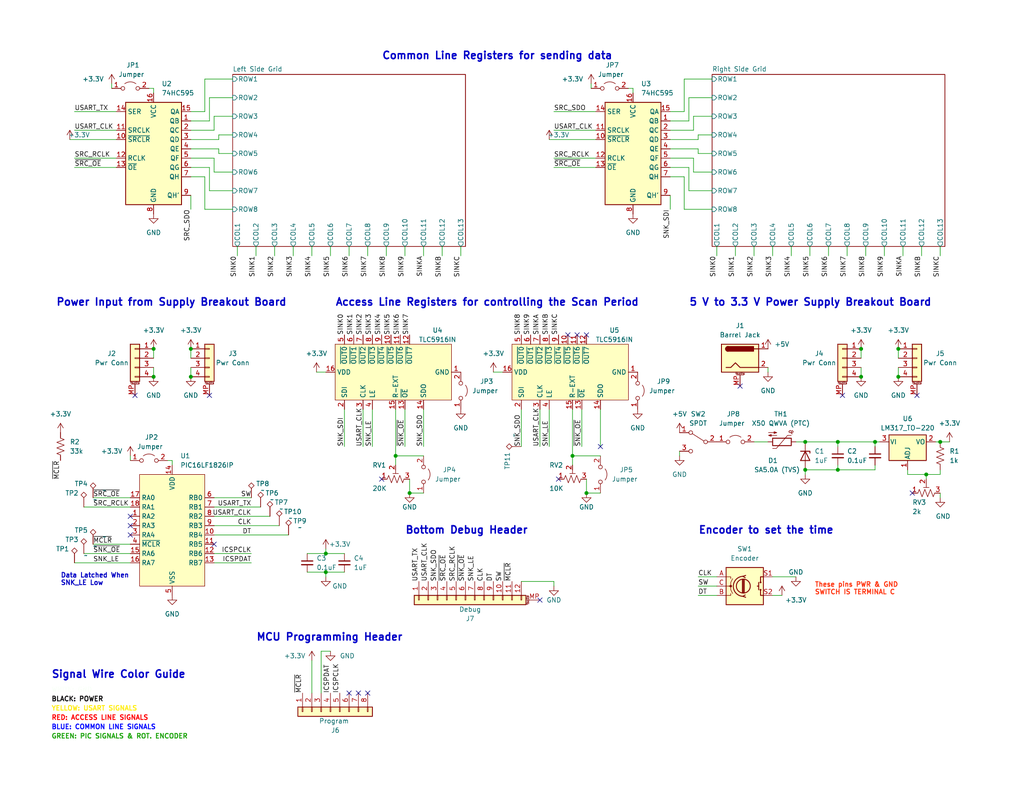
<source format=kicad_sch>
(kicad_sch (version 20230121) (generator eeschema)
  (paper "A")
  (title_block (title "Gator Clock") (date "10-24-2023"))
  (lib_symbols
    (symbol "74xx:74HC595"
      (property "Reference" "U" (at -7.62 13.97 0))
      (property "Value" "74HC595" (at -7.62 -16.51 0))
      (symbol "74HC595_1_0"
        (pin tri_state line (at 10.16 7.62 180) (length 2.54) (name "QB") (number "1"))
        (pin input line (at -10.16 2.54 0) (length 2.54) (name "~{SRCLR}") (number "10"))
        (pin input line (at -10.16 5.08 0) (length 2.54) (name "SRCLK") (number "11"))
        (pin input line (at -10.16 -2.54 0) (length 2.54) (name "RCLK") (number "12"))
        (pin input line (at -10.16 -5.08 0) (length 2.54) (name "~{OE}") (number "13"))
        (pin input line (at -10.16 10.16 0) (length 2.54) (name "SER") (number "14"))
        (pin tri_state line (at 10.16 10.16 180) (length 2.54) (name "QA") (number "15"))
        (pin power_in line (at 0 15.24 270) (length 2.54) (name "VCC") (number "16"))
        (pin tri_state line (at 10.16 5.08 180) (length 2.54) (name "QC") (number "2"))
        (pin tri_state line (at 10.16 2.54 180) (length 2.54) (name "QD") (number "3"))
        (pin tri_state line (at 10.16 0 180) (length 2.54) (name "QE") (number "4"))
        (pin tri_state line (at 10.16 -2.54 180) (length 2.54) (name "QF") (number "5"))
        (pin tri_state line (at 10.16 -5.08 180) (length 2.54) (name "QG") (number "6"))
        (pin tri_state line (at 10.16 -7.62 180) (length 2.54) (name "QH") (number "7"))
        (pin power_in line (at 0 -17.78 90) (length 2.54) (name "GND") (number "8"))
        (pin output line (at 10.16 -12.7 180) (length 2.54) (name "QH'") (number "9"))
      )
    )
    (symbol "Connector:Barrel_Jack_MountingPin" (pin_names hide)
      (property "Reference" "J" (at 0 5.334 0))
      (property "Value" "Barrel_Jack_MountingPin" (at 1.27 -6.35 0))
      (symbol "Barrel_Jack_MountingPin_1_1"
        (text "Mounting" (at 0 -4.191 0) (effects (font (size 0.381 0.381))))
        (pin passive line (at 7.62 2.54 180) (length 2.54) (name "~") (number "1"))
        (pin passive line (at 7.62 -2.54 180) (length 2.54) (name "~") (number "2"))
        (pin passive line (at 0 -7.62 90) (length 3.048) (name "MountPin") (number "MP"))
      )
    )
    (symbol "Connector:TestPoint_Alt" (pin_numbers hide) (pin_names (offset 0.762) hide)
      (property "Reference" "TP" (at 0 6.858 0))
      (property "Value" "TestPoint_Alt" (at 0 5.08 0))
      (symbol "TestPoint_Alt_1_1"
        (pin passive line (at 0 0 90) (length 2.54) (name "1") (number "1"))
      )
    )
    (symbol "Connector_Generic:Conn_01x08" (pin_names (offset 1.016) hide)
      (property "Reference" "J" (at 0 10.16 0))
      (property "Value" "Conn_01x08" (at 0 -12.7 0))
      (symbol "Conn_01x08_1_1"
        (pin passive line (at -5.08 7.62 0) (length 3.81) (name "Pin_1") (number "1"))
        (pin passive line (at -5.08 5.08 0) (length 3.81) (name "Pin_2") (number "2"))
        (pin passive line (at -5.08 2.54 0) (length 3.81) (name "Pin_3") (number "3"))
        (pin passive line (at -5.08 0 0) (length 3.81) (name "Pin_4") (number "4"))
        (pin passive line (at -5.08 -2.54 0) (length 3.81) (name "Pin_5") (number "5"))
        (pin passive line (at -5.08 -5.08 0) (length 3.81) (name "Pin_6") (number "6"))
        (pin passive line (at -5.08 -7.62 0) (length 3.81) (name "Pin_7") (number "7"))
        (pin passive line (at -5.08 -10.16 0) (length 3.81) (name "Pin_8") (number "8"))
      )
    )
    (symbol "Connector_Generic_MountingPin:Conn_01x04_MountingPin" (pin_names (offset 1.016) hide)
      (property "Reference" "J" (at 0 5.08 0))
      (property "Value" "Conn_01x04_MountingPin" (at 1.27 -7.62 0))
      (symbol "Conn_01x04_MountingPin_1_1"
        (text "Mounting" (at 0 -6.731 0) (effects (font (size 0.381 0.381))))
        (pin passive line (at -5.08 2.54 0) (length 3.81) (name "Pin_1") (number "1"))
        (pin passive line (at -5.08 0 0) (length 3.81) (name "Pin_2") (number "2"))
        (pin passive line (at -5.08 -2.54 0) (length 3.81) (name "Pin_3") (number "3"))
        (pin passive line (at -5.08 -5.08 0) (length 3.81) (name "Pin_4") (number "4"))
        (pin passive line (at 0 -10.16 90) (length 3.048) (name "MountPin") (number "MP"))
      )
    )
    (symbol "Connector_Generic_MountingPin:Conn_01x12_MountingPin" (pin_names (offset 1.016) hide)
      (property "Reference" "J" (at 0 15.24 0))
      (property "Value" "Conn_01x12_MountingPin" (at 1.27 -17.78 0))
      (symbol "Conn_01x12_MountingPin_1_1"
        (text "Mounting" (at 0 -16.891 0) (effects (font (size 0.381 0.381))))
        (pin passive line (at -5.08 12.7 0) (length 3.81) (name "Pin_1") (number "1"))
        (pin passive line (at -5.08 -10.16 0) (length 3.81) (name "Pin_10") (number "10"))
        (pin passive line (at -5.08 -12.7 0) (length 3.81) (name "Pin_11") (number "11"))
        (pin passive line (at -5.08 -15.24 0) (length 3.81) (name "Pin_12") (number "12"))
        (pin passive line (at -5.08 10.16 0) (length 3.81) (name "Pin_2") (number "2"))
        (pin passive line (at -5.08 7.62 0) (length 3.81) (name "Pin_3") (number "3"))
        (pin passive line (at -5.08 5.08 0) (length 3.81) (name "Pin_4") (number "4"))
        (pin passive line (at -5.08 2.54 0) (length 3.81) (name "Pin_5") (number "5"))
        (pin passive line (at -5.08 0 0) (length 3.81) (name "Pin_6") (number "6"))
        (pin passive line (at -5.08 -2.54 0) (length 3.81) (name "Pin_7") (number "7"))
        (pin passive line (at -5.08 -5.08 0) (length 3.81) (name "Pin_8") (number "8"))
        (pin passive line (at -5.08 -7.62 0) (length 3.81) (name "Pin_9") (number "9"))
        (pin passive line (at 0 -20.32 90) (length 3.048) (name "MountPin") (number "MP"))
      )
    )
    (symbol "Device:C_Small" (pin_numbers hide) (pin_names (offset 0.254) hide)
      (property "Reference" "C" (at 0.254 1.778 0))
      (property "Value" "C_Small" (at 0.254 -2.032 0))
      (symbol "C_Small_1_1"
        (pin passive line (at 0 2.54 270) (length 2.032) (name "~") (number "1"))
        (pin passive line (at 0 -2.54 90) (length 2.032) (name "~") (number "2"))
      )
    )
    (symbol "Device:D_Zener" (pin_numbers hide) (pin_names (offset 1.016) hide)
      (property "Reference" "D" (at 0 2.54 0))
      (property "Value" "D_Zener" (at 0 -2.54 0))
      (symbol "D_Zener_1_1"
        (pin passive line (at -3.81 0 0) (length 2.54) (name "K") (number "1"))
        (pin passive line (at 3.81 0 180) (length 2.54) (name "A") (number "2"))
      )
    )
    (symbol "Device:R_Potentiometer_Trim_US" (pin_names (offset 1.016) hide)
      (property "Reference" "RV" (at -4.445 0 90))
      (property "Value" "R_Potentiometer_Trim_US" (at -2.54 0 90))
      (symbol "R_Potentiometer_Trim_US_1_1"
        (pin passive line (at 0 3.81 270) (length 1.27) (name "1") (number "1"))
        (pin passive line (at 3.81 0 180) (length 1.27) (name "2") (number "2"))
        (pin passive line (at 0 -3.81 90) (length 1.27) (name "3") (number "3"))
      )
    )
    (symbol "Device:R_US" (pin_numbers hide) (pin_names (offset 0))
      (property "Reference" "R" (at 2.54 0 90))
      (property "Value" "R_US" (at -2.54 0 90))
      (symbol "R_US_1_1"
        (pin passive line (at 0 3.81 270) (length 1.27) (name "~") (number "1"))
        (pin passive line (at 0 -3.81 90) (length 1.27) (name "~") (number "2"))
      )
    )
    (symbol "Device:RotaryEncoder_Switch" (pin_names (offset 0.254) hide)
      (property "Reference" "SW" (at 0 6.604 0))
      (property "Value" "RotaryEncoder_Switch" (at 0 -6.604 0))
      (symbol "RotaryEncoder_Switch_1_1"
        (pin passive line (at -7.62 2.54 0) (length 2.54) (name "A") (number "A"))
        (pin passive line (at -7.62 -2.54 0) (length 2.54) (name "B") (number "B"))
        (pin passive line (at -7.62 0 0) (length 2.54) (name "C") (number "C"))
        (pin passive line (at 7.62 2.54 180) (length 2.54) (name "S1") (number "S1"))
        (pin passive line (at 7.62 -2.54 180) (length 2.54) (name "S2") (number "S2"))
      )
    )
    (symbol "Device:Thermistor_NTC" (pin_numbers hide) (pin_names (offset 0))
      (property "Reference" "TH" (at -4.445 0 90))
      (property "Value" "Thermistor_NTC" (at 3.175 0 90))
      (symbol "Thermistor_NTC_1_1"
        (pin passive line (at 0 3.81 270) (length 1.27) (name "~") (number "1"))
        (pin passive line (at 0 -3.81 90) (length 1.27) (name "~") (number "2"))
      )
    )
    (symbol "Jumper:Jumper_2_Open" (pin_names (offset 0) hide)
      (property "Reference" "JP" (at 0 2.794 0))
      (property "Value" "Jumper_2_Open" (at 0 -2.286 0))
      (symbol "Jumper_2_Open_1_1"
        (pin passive line (at -5.08 0 0) (length 2.54) (name "A") (number "1"))
        (pin passive line (at 5.08 0 180) (length 2.54) (name "B") (number "2"))
      )
    )
    (symbol "PCM_4ms_Power-symbol:GND" (power) (pin_names (offset 0))
      (property "Value" "GND" (at 0 -3.81 0))
      (symbol "GND_1_1"
        (pin power_in line (at 0 0 270) (length 0) hide (name "GND") (number "1"))
      )
    )
    (symbol "PIC16LF1826IP:PIC16LF1826IP"
      (property "Reference" "U" (at 13.97 36.83 0))
      (property "Value" "PIC16LF1826IP" (at 13.97 34.29 0))
      (symbol "PIC16LF1826IP_1_1"
        (pin bidirectional line (at -2.54 19.05 0) (length 2.54) (name "RA2") (number "1"))
        (pin bidirectional line (at 20.32 13.97 180) (length 2.54) (name "RB4") (number "10"))
        (pin bidirectional line (at 20.32 11.43 180) (length 2.54) (name "RB5") (number "11"))
        (pin bidirectional line (at 20.32 8.89 180) (length 2.54) (name "RB6") (number "12"))
        (pin bidirectional line (at 20.32 6.35 180) (length 2.54) (name "RB7") (number "13"))
        (pin input line (at 8.89 33.02 270) (length 2.54) (name "VDD") (number "14"))
        (pin bidirectional line (at -2.54 8.89 0) (length 2.54) (name "RA6") (number "15"))
        (pin bidirectional line (at -2.54 6.35 0) (length 2.54) (name "RA7") (number "16"))
        (pin bidirectional line (at -2.54 24.13 0) (length 2.54) (name "RA0") (number "17"))
        (pin bidirectional line (at -2.54 21.59 0) (length 2.54) (name "RA1") (number "18"))
        (pin bidirectional line (at -2.54 16.51 0) (length 2.54) (name "RA3") (number "2"))
        (pin bidirectional line (at -2.54 13.97 0) (length 2.54) (name "RA4") (number "3"))
        (pin bidirectional line (at -2.54 11.43 0) (length 2.54) (name "~{MCLR}") (number "4"))
        (pin input line (at 8.89 -2.54 90) (length 2.54) (name "VSS") (number "5"))
        (pin bidirectional line (at 20.32 24.13 180) (length 2.54) (name "RB0") (number "6"))
        (pin bidirectional line (at 20.32 21.59 180) (length 2.54) (name "RB1") (number "7"))
        (pin bidirectional line (at 20.32 19.05 180) (length 2.54) (name "RB2") (number "8"))
        (pin bidirectional line (at 20.32 16.51 180) (length 2.54) (name "RB3") (number "9"))
      )
    )
    (symbol "Regulator_Linear:LM317_TO-220" (pin_names (offset 0.254))
      (property "Reference" "U" (at -3.81 3.175 0))
      (property "Value" "LM317_TO-220" (at 0 3.175 0))
      (symbol "LM317_TO-220_1_1"
        (pin input line (at 0 -7.62 90) (length 2.54) (name "ADJ") (number "1"))
        (pin power_out line (at 7.62 0 180) (length 2.54) (name "VO") (number "2"))
        (pin power_in line (at -7.62 0 0) (length 2.54) (name "VI") (number "3"))
      )
    )
    (symbol "Switch:SW_SPDT" (pin_names (offset 0) hide)
      (property "Reference" "SW" (at 0 4.318 0))
      (property "Value" "SW_SPDT" (at 0 -5.08 0))
      (symbol "SW_SPDT_1_1"
        (pin passive line (at 5.08 2.54 180) (length 2.54) (name "A") (number "1"))
        (pin passive line (at -5.08 0 0) (length 2.54) (name "B") (number "2"))
        (pin passive line (at 5.08 -2.54 180) (length 2.54) (name "C") (number "3"))
      )
    )
    (symbol "TLC5916IN:TLC5916IN"
      (property "Reference" "U" (at 10.16 17.78 0))
      (property "Value" "TLC5916IN" (at 10.16 15.24 0))
      (symbol "TLC5916IN_1_1"
        (pin input line (at 7.62 -21.59 90) (length 2.54) (name "GND") (number "1"))
        (pin input line (at 17.78 -2.54 180) (length 2.54) (name "~{OUT5}") (number "10"))
        (pin input line (at 17.78 -5.08 180) (length 2.54) (name "~{OUT6}") (number "11"))
        (pin input line (at 17.78 -7.62 180) (length 2.54) (name "~{OUT7}") (number "12"))
        (pin input line (at -2.54 -6.35 0) (length 2.54) (name "~{OE}") (number "13"))
        (pin input line (at -2.54 -11.43 0) (length 2.54) (name "SDO") (number "14"))
        (pin input line (at -2.54 -3.81 0) (length 2.54) (name "R-EXT") (number "15"))
        (pin input line (at 7.62 15.24 270) (length 2.54) (name "VDD") (number "16"))
        (pin input line (at -2.54 10.16 0) (length 2.54) (name "SDI") (number "2"))
        (pin input line (at -2.54 5.08 0) (length 2.54) (name "CLK") (number "3"))
        (pin input line (at -2.54 2.54 0) (length 2.54) (name "LE") (number "4"))
        (pin input line (at 17.78 10.16 180) (length 2.54) (name "~{OUT0}") (number "5"))
        (pin input line (at 17.78 7.62 180) (length 2.54) (name "~{OUT1}") (number "6"))
        (pin input line (at 17.78 5.08 180) (length 2.54) (name "~{OUT2}") (number "7"))
        (pin input line (at 17.78 2.54 180) (length 2.54) (name "~{OUT3}") (number "8"))
        (pin input line (at 17.78 0 180) (length 2.54) (name "~{OUT4}") (number "9"))
      )
    )
    (symbol "power:+3.3V" (power) (pin_names (offset 0))
      (property "Value" "+3.3V" (at 0 3.556 0))
      (symbol "+3.3V_1_1"
        (pin power_in line (at 0 0 90) (length 0) hide (name "+3.3V") (number "1"))
      )
    )
    (symbol "power:+5V" (power) (pin_names (offset 0))
      (property "Value" "+5V" (at 0 3.556 0))
      (symbol "+5V_1_1"
        (pin power_in line (at 0 0 90) (length 0) hide (name "+5V") (number "1"))
      )
    )
    (symbol "power:GND" (power) (pin_names (offset 0))
      (property "Value" "GND" (at 0 -3.81 0))
      (symbol "GND_1_1"
        (pin power_in line (at 0 0 270) (length 0) hide (name "GND") (number "1"))
      )
    )
  )
  (junction (at 107.95 124.46))
  (junction (at 228.6 120.65))
  (junction (at 245.11 102.87))
  (junction (at 256.54 120.65))
  (junction (at 219.71 128.27))
  (junction (at 219.71 120.65))
  (junction (at 160.02 134.62))
  (junction (at 41.91 95.25))
  (junction (at 238.76 120.65))
  (junction (at 234.95 102.87))
  (junction (at 245.11 95.25))
  (junction (at 156.21 124.46))
  (junction (at 228.6 128.27))
  (junction (at 52.07 95.25))
  (junction (at 111.76 134.62))
  (junction (at 88.9 156.21))
  (junction (at 41.91 102.87))
  (junction (at 52.07 102.87))
  (junction (at 88.9 151.13))
  (junction (at 252.73 129.54))
  (junction (at 234.95 95.25))
  (no_connect (at 104.14 130.81))
  (no_connect (at 157.48 91.44))
  (no_connect (at 35.56 146.05))
  (no_connect (at 201.93 105.41))
  (no_connect (at 152.4 130.81))
  (no_connect (at 95.25 189.23))
  (no_connect (at 35.56 143.51))
  (no_connect (at 160.02 91.44))
  (no_connect (at 248.92 134.62))
  (no_connect (at 147.32 163.83))
  (no_connect (at 35.56 140.97))
  (no_connect (at 250.19 107.95))
  (no_connect (at 57.15 107.95))
  (no_connect (at 154.94 91.44))
  (no_connect (at 97.79 189.23))
  (no_connect (at 58.42 148.59))
  (no_connect (at 163.83 121.92))
  (no_connect (at 36.83 107.95))
  (no_connect (at 229.87 107.95))
  (no_connect (at 100.33 189.23))
  (wire (pts (xy 151.13 35.56) (xy 162.56 35.56)))
  (wire (pts (xy 111.76 134.62) (xy 115.57 134.62)))
  (wire (pts (xy 30.48 24.13) (xy 30.48 22.86)))
  (wire (pts (xy 95.25 67.31) (xy 95.25 69.85)))
  (wire (pts (xy 52.07 100.33) (xy 52.07 102.87)))
  (wire (pts (xy 55.88 21.59) (xy 63.5 21.59)))
  (wire (pts (xy 147.32 111.76) (xy 147.32 121.92)))
  (wire (pts (xy 182.88 45.72) (xy 187.96 45.72)))
  (wire (pts (xy 200.66 67.31) (xy 200.66 69.85)))
  (wire (pts (xy 189.23 35.56) (xy 189.23 31.75)))
  (wire (pts (xy 25.4 135.89) (xy 35.56 135.89)))
  (wire (pts (xy 182.88 43.18) (xy 189.23 43.18)))
  (wire (pts (xy 59.69 40.64) (xy 59.69 41.91)))
  (wire (pts (xy 57.15 52.07) (xy 63.5 52.07)))
  (wire (pts (xy 149.86 38.1) (xy 162.56 38.1)))
  (wire (pts (xy 151.13 45.72) (xy 162.56 45.72)))
  (wire (pts (xy 163.83 111.76) (xy 163.83 121.92)))
  (wire (pts (xy 256.54 67.31) (xy 256.54 69.85)))
  (wire (pts (xy 246.38 67.31) (xy 246.38 69.85)))
  (wire (pts (xy 83.82 151.13) (xy 88.9 151.13)))
  (wire (pts (xy 20.32 35.56) (xy 31.75 35.56)))
  (wire (pts (xy 234.95 95.25) (xy 234.95 97.79)))
  (wire (pts (xy 228.6 128.27) (xy 238.76 128.27)))
  (wire (pts (xy 22.86 151.13) (xy 35.56 151.13)))
  (wire (pts (xy 85.09 180.34) (xy 85.09 189.23)))
  (wire (pts (xy 88.9 151.13) (xy 93.98 151.13)))
  (wire (pts (xy 55.88 30.48) (xy 55.88 21.59)))
  (wire (pts (xy 58.42 151.13) (xy 68.58 151.13)))
  (wire (pts (xy 46.99 127) (xy 46.99 125.73)))
  (wire (pts (xy 59.69 41.91) (xy 63.5 41.91)))
  (wire (pts (xy 256.54 135.89) (xy 256.54 134.62)))
  (wire (pts (xy 151.13 43.18) (xy 162.56 43.18)))
  (wire (pts (xy 25.4 148.59) (xy 35.56 148.59)))
  (wire (pts (xy 41.91 95.25) (xy 41.91 97.79)))
  (wire (pts (xy 217.17 120.65) (xy 219.71 120.65)))
  (wire (pts (xy 185.42 124.46) (xy 185.42 123.19)))
  (wire (pts (xy 80.01 67.31) (xy 80.01 69.85)))
  (wire (pts (xy 110.49 67.31) (xy 110.49 69.85)))
  (wire (pts (xy 226.06 67.31) (xy 226.06 69.85)))
  (wire (pts (xy 241.3 67.31) (xy 241.3 69.85)))
  (wire (pts (xy 52.07 38.1) (xy 59.69 38.1)))
  (wire (pts (xy 107.95 124.46) (xy 107.95 127)))
  (wire (pts (xy 231.14 67.31) (xy 231.14 69.85)))
  (wire (pts (xy 187.96 26.67) (xy 194.31 26.67)))
  (wire (pts (xy 195.58 67.31) (xy 195.58 69.85)))
  (wire (pts (xy 190.5 162.56) (xy 195.58 162.56)))
  (wire (pts (xy 160.02 130.81) (xy 160.02 134.62)))
  (wire (pts (xy 149.86 111.76) (xy 149.86 121.92)))
  (wire (pts (xy 245.11 100.33) (xy 245.11 102.87)))
  (wire (pts (xy 252.73 129.54) (xy 256.54 129.54)))
  (wire (pts (xy 215.9 67.31) (xy 215.9 69.85)))
  (wire (pts (xy 142.24 111.76) (xy 142.24 121.92)))
  (wire (pts (xy 210.82 157.48) (xy 217.17 157.48)))
  (wire (pts (xy 88.9 101.6) (xy 86.36 101.6)))
  (wire (pts (xy 93.98 111.76) (xy 93.98 121.92)))
  (wire (pts (xy 88.9 156.21) (xy 93.98 156.21)))
  (wire (pts (xy 205.74 67.31) (xy 205.74 69.85)))
  (wire (pts (xy 58.42 153.67) (xy 68.58 153.67)))
  (wire (pts (xy 115.57 67.31) (xy 115.57 69.85)))
  (wire (pts (xy 187.96 45.72) (xy 187.96 52.07)))
  (wire (pts (xy 99.06 111.76) (xy 99.06 121.92)))
  (wire (pts (xy 156.21 111.76) (xy 156.21 124.46)))
  (wire (pts (xy 58.42 31.75) (xy 63.5 31.75)))
  (wire (pts (xy 52.07 48.26) (xy 55.88 48.26)))
  (wire (pts (xy 52.07 43.18) (xy 58.42 43.18)))
  (wire (pts (xy 20.32 43.18) (xy 31.75 43.18)))
  (wire (pts (xy 182.88 38.1) (xy 190.5 38.1)))
  (wire (pts (xy 57.15 33.02) (xy 57.15 26.67)))
  (wire (pts (xy 182.88 30.48) (xy 186.69 30.48)))
  (wire (pts (xy 190.5 160.02) (xy 195.58 160.02)))
  (wire (pts (xy 151.13 158.75) (xy 142.24 158.75)))
  (wire (pts (xy 151.13 30.48) (xy 162.56 30.48)))
  (wire (pts (xy 58.42 35.56) (xy 58.42 31.75)))
  (wire (pts (xy 160.02 134.62) (xy 163.83 134.62)))
  (wire (pts (xy 238.76 121.92) (xy 238.76 120.65)))
  (wire (pts (xy 52.07 30.48) (xy 55.88 30.48)))
  (wire (pts (xy 209.55 101.6) (xy 209.55 100.33)))
  (wire (pts (xy 52.07 45.72) (xy 57.15 45.72)))
  (wire (pts (xy 58.42 135.89) (xy 68.58 135.89)))
  (wire (pts (xy 161.29 22.86) (xy 161.29 24.13)))
  (wire (pts (xy 107.95 111.76) (xy 107.95 124.46)))
  (wire (pts (xy 182.88 57.15) (xy 182.88 53.34)))
  (wire (pts (xy 172.72 25.4) (xy 172.72 24.13)))
  (wire (pts (xy 107.95 124.46) (xy 115.57 124.46)))
  (wire (pts (xy 151.13 160.02) (xy 151.13 158.75)))
  (wire (pts (xy 57.15 26.67) (xy 63.5 26.67)))
  (wire (pts (xy 187.96 33.02) (xy 187.96 26.67)))
  (wire (pts (xy 186.69 48.26) (xy 186.69 57.15)))
  (wire (pts (xy 58.42 140.97) (xy 73.66 140.97)))
  (wire (pts (xy 58.42 138.43) (xy 71.12 138.43)))
  (wire (pts (xy 182.88 33.02) (xy 187.96 33.02)))
  (wire (pts (xy 219.71 129.54) (xy 219.71 128.27)))
  (wire (pts (xy 83.82 156.21) (xy 88.9 156.21)))
  (wire (pts (xy 189.23 31.75) (xy 194.31 31.75)))
  (wire (pts (xy 20.32 30.48) (xy 31.75 30.48)))
  (wire (pts (xy 255.27 120.65) (xy 256.54 120.65)))
  (wire (pts (xy 247.65 128.27) (xy 247.65 129.54)))
  (wire (pts (xy 20.32 153.67) (xy 35.56 153.67)))
  (wire (pts (xy 186.69 21.59) (xy 194.31 21.59)))
  (wire (pts (xy 110.49 111.76) (xy 110.49 121.92)))
  (wire (pts (xy 22.86 138.43) (xy 35.56 138.43)))
  (wire (pts (xy 105.41 67.31) (xy 105.41 69.85)))
  (wire (pts (xy 228.6 121.92) (xy 228.6 120.65)))
  (wire (pts (xy 219.71 128.27) (xy 228.6 128.27)))
  (wire (pts (xy 41.91 24.13) (xy 40.64 24.13)))
  (wire (pts (xy 35.56 124.46) (xy 35.56 125.73)))
  (wire (pts (xy 186.69 57.15) (xy 194.31 57.15)))
  (wire (pts (xy 52.07 40.64) (xy 59.69 40.64)))
  (wire (pts (xy 238.76 127) (xy 238.76 128.27)))
  (wire (pts (xy 189.23 43.18) (xy 189.23 46.99)))
  (wire (pts (xy 59.69 36.83) (xy 63.5 36.83)))
  (wire (pts (xy 156.21 124.46) (xy 163.83 124.46)))
  (wire (pts (xy 156.21 124.46) (xy 156.21 127)))
  (wire (pts (xy 247.65 129.54) (xy 252.73 129.54)))
  (wire (pts (xy 158.75 111.76) (xy 158.75 121.92)))
  (wire (pts (xy 101.6 111.76) (xy 101.6 121.92)))
  (wire (pts (xy 205.74 120.65) (xy 209.55 120.65)))
  (wire (pts (xy 111.76 130.81) (xy 111.76 134.62)))
  (wire (pts (xy 58.42 143.51) (xy 76.2 143.51)))
  (wire (pts (xy 210.82 162.56) (xy 213.36 162.56)))
  (wire (pts (xy 182.88 48.26) (xy 186.69 48.26)))
  (wire (pts (xy 172.72 24.13) (xy 171.45 24.13)))
  (wire (pts (xy 58.42 146.05) (xy 78.74 146.05)))
  (wire (pts (xy 88.9 149.86) (xy 88.9 151.13)))
  (wire (pts (xy 220.98 67.31) (xy 220.98 69.85)))
  (wire (pts (xy 228.6 127) (xy 228.6 128.27)))
  (wire (pts (xy 182.88 40.64) (xy 190.5 40.64)))
  (wire (pts (xy 245.11 95.25) (xy 245.11 97.79)))
  (wire (pts (xy 19.05 38.1) (xy 31.75 38.1)))
  (wire (pts (xy 46.99 125.73) (xy 45.72 125.73)))
  (wire (pts (xy 219.71 120.65) (xy 228.6 120.65)))
  (wire (pts (xy 256.54 128.27) (xy 256.54 129.54)))
  (wire (pts (xy 41.91 100.33) (xy 41.91 102.87)))
  (wire (pts (xy 74.93 67.31) (xy 74.93 69.85)))
  (wire (pts (xy 115.57 111.76) (xy 115.57 121.92)))
  (wire (pts (xy 55.88 48.26) (xy 55.88 57.15)))
  (wire (pts (xy 190.5 40.64) (xy 190.5 41.91)))
  (wire (pts (xy 87.63 177.8) (xy 87.63 189.23)))
  (wire (pts (xy 20.32 45.72) (xy 31.75 45.72)))
  (wire (pts (xy 238.76 120.65) (xy 240.03 120.65)))
  (wire (pts (xy 190.5 38.1) (xy 190.5 36.83)))
  (wire (pts (xy 85.09 67.31) (xy 85.09 69.85)))
  (wire (pts (xy 59.69 38.1) (xy 59.69 36.83)))
  (wire (pts (xy 251.46 67.31) (xy 251.46 69.85)))
  (wire (pts (xy 187.96 52.07) (xy 194.31 52.07)))
  (wire (pts (xy 90.17 67.31) (xy 90.17 69.85)))
  (wire (pts (xy 55.88 57.15) (xy 63.5 57.15)))
  (wire (pts (xy 41.91 25.4) (xy 41.91 24.13)))
  (wire (pts (xy 186.69 30.48) (xy 186.69 21.59)))
  (wire (pts (xy 52.07 33.02) (xy 57.15 33.02)))
  (wire (pts (xy 125.73 67.31) (xy 125.73 69.85)))
  (wire (pts (xy 52.07 53.34) (xy 52.07 57.15)))
  (wire (pts (xy 52.07 35.56) (xy 58.42 35.56)))
  (wire (pts (xy 69.85 67.31) (xy 69.85 69.85)))
  (wire (pts (xy 120.65 67.31) (xy 120.65 69.85)))
  (wire (pts (xy 234.95 100.33) (xy 234.95 102.87)))
  (wire (pts (xy 57.15 45.72) (xy 57.15 52.07)))
  (wire (pts (xy 58.42 46.99) (xy 63.5 46.99)))
  (wire (pts (xy 190.5 41.91) (xy 194.31 41.91)))
  (wire (pts (xy 190.5 157.48) (xy 195.58 157.48)))
  (wire (pts (xy 52.07 95.25) (xy 52.07 97.79)))
  (wire (pts (xy 256.54 120.65) (xy 259.08 120.65)))
  (wire (pts (xy 228.6 120.65) (xy 238.76 120.65)))
  (wire (pts (xy 182.88 35.56) (xy 189.23 35.56)))
  (wire (pts (xy 190.5 36.83) (xy 194.31 36.83)))
  (wire (pts (xy 64.77 67.31) (xy 64.77 69.85)))
  (wire (pts (xy 134.62 101.6) (xy 137.16 101.6)))
  (wire (pts (xy 189.23 46.99) (xy 194.31 46.99)))
  (wire (pts (xy 88.9 157.48) (xy 88.9 156.21)))
  (wire (pts (xy 252.73 130.81) (xy 252.73 129.54)))
  (wire (pts (xy 236.22 67.31) (xy 236.22 69.85)))
  (wire (pts (xy 210.82 67.31) (xy 210.82 69.85)))
  (wire (pts (xy 58.42 43.18) (xy 58.42 46.99)))
  (wire (pts (xy 100.33 67.31) (xy 100.33 69.85)))
  (wire (pts (xy 90.17 177.8) (xy 87.63 177.8)))
  (text "Common Line Registers for sending data" (at 104.14 16.51 0) (effects (font (size 2 2) (thickness 0.4) bold) (justify left bottom)))
  (text "BLACK: POWER" (at 13.97 191.77 0) (effects (font (size 1.27 1.27) (thickness 0.254) bold) (justify left bottom)))
  (text "Data Latched When\nSNK_LE Low" (at 16.51 160.02 0) (effects (font (size 1.27 1.27) (thickness 0.254) bold) (justify left bottom)))
  (text "5 V to 3.3 V Power Supply Breakout Board" (at 187.96 83.82 0) (effects (font (size 2 2) (thickness 0.4) bold) (justify left bottom)))
  (text "YELLOW: USART SIGNALS\n" (at 13.97 194.31 0) (effects (font (size 1.27 1.27) bold) (justify left bottom)))
  (text "WHITE: GND\n" (at 13.97 189.23 0) (effects (font (size 1.27 1.27) bold) (justify left bottom)))
  (text "Encoder to set the time" (at 190.5 146.05 0) (effects (font (size 2 2) (thickness 0.4) bold) (justify left bottom)))
  (text "BLUE: COMMON LINE SIGNALS\n" (at 13.97 199.39 0) (effects (font (size 1.27 1.27) bold) (justify left bottom)))
  (text "MCU Programming Header" (at 69.85 175.26 0) (effects (font (size 2 2) (thickness 0.4) bold) (justify left bottom)))
  (text "Access Line Registers for controlling the Scan Period" (at 91.44 83.82 0) (effects (font (size 2 2) (thickness 0.4) bold) (justify left bottom)))
  (text "Signal Wire Color Guide" (at 13.97 185.42 0) (effects (font (size 2 2) (thickness 0.4) bold) (justify left bottom)))
  (text "RED: ACCESS LINE SIGNALS\n" (at 13.97 196.85 0) (effects (font (size 1.27 1.27) bold) (justify left bottom)))
  (text "Power Input from Supply Breakout Board" (at 15.24 83.82 0) (effects (font (size 2 2) (thickness 0.4) bold) (justify left bottom)))
  (text "GREEN: PIC SIGNALS & ROT. ENCODER\n" (at 13.97 201.93 0) (effects (font (size 1.27 1.27) bold) (justify left bottom)))
  (text "These pins PWR & GND\nSWITCH IS TERMINAL C" (at 222.25 162.56 0) (effects (font (size 1.27 1.27) bold) (justify left bottom)))
  (text "Bottom Debug Header" (at 110.49 146.05 0) (effects (font (size 2 2) (thickness 0.4) bold) (justify left bottom)))
  (label "~{MCLR}" (at 82.55 189.23 90))
  (label "SNK_SDO" (at 142.24 121.92 90))
  (label "~{SNK_OE}" (at 158.75 121.92 90))
  (label "SINK1" (at 96.52 91.44 90))
  (label "CLK" (at 190.5 157.48 0))
  (label "SINK1" (at 69.85 69.85 270))
  (label "~{SNK_OE}" (at 127 158.75 90))
  (label "USART_CLK" (at 99.06 121.92 90))
  (label "SRC_SDO" (at 52.07 57.15 270))
  (label "ICSPDAT" (at 68.58 153.67 180))
  (label "SRC_RCLK" (at 25.4 138.43 0))
  (label "SINKC" (at 125.73 69.85 270))
  (label "SINK1" (at 200.66 69.85 270))
  (label "SNK_LE" (at 129.54 158.75 90))
  (label "SINK9" (at 241.3 69.85 270))
  (label "SINKB" (at 120.65 69.85 270))
  (label "SINK2" (at 205.74 69.85 270))
  (label "SW" (at 68.58 135.89 180))
  (label "~{MCLR}" (at 139.7 158.75 90))
  (label "SINK2" (at 99.06 91.44 90))
  (label "SINK8" (at 236.22 69.85 270))
  (label "SNK_SDO" (at 115.57 121.92 90))
  (label "SINK0" (at 64.77 69.85 270))
  (label "SINK6" (at 226.06 69.85 270))
  (label "USART_CLK" (at 68.58 140.97 180))
  (label "USART_CLK" (at 151.13 35.56 0))
  (label "CLK" (at 68.58 143.51 180))
  (label "SINK8" (at 105.41 69.85 270))
  (label "DT" (at 134.62 158.75 90))
  (label "SW" (at 190.5 160.02 0))
  (label "SINK4" (at 85.09 69.85 270))
  (label "SINK4" (at 104.14 91.44 90))
  (label "SINKA" (at 147.32 91.44 90))
  (label "SINKA" (at 115.57 69.85 270))
  (label "~{SRC_OE}" (at 151.13 45.72 0))
  (label "SINK0" (at 93.98 91.44 90))
  (label "SRC_RCLK" (at 151.13 43.18 0))
  (label "USART_CLK" (at 116.84 158.75 90))
  (label "~{SRC_OE}" (at 121.92 158.75 90))
  (label "~{SNK_OE}" (at 25.4 151.13 0))
  (label "SINK7" (at 100.33 69.85 270))
  (label "SINKA" (at 246.38 69.85 270))
  (label "SINK3" (at 80.01 69.85 270))
  (label "SINK9" (at 110.49 69.85 270))
  (label "~{MCLR}" (at 16.51 125.73 270))
  (label "SNK_SDI" (at 93.98 121.92 90))
  (label "~{SRC_OE}" (at 25.4 135.89 0))
  (label "SNK_SDI" (at 182.88 57.15 270))
  (label "SNK_LE" (at 149.86 121.92 90))
  (label "ICSPCLK" (at 92.71 189.23 90))
  (label "SINK6" (at 95.25 69.85 270))
  (label "USART_TX" (at 68.58 138.43 180))
  (label "ICSPCLK" (at 68.58 151.13 180))
  (label "DT" (at 68.58 146.05 180))
  (label "SINK7" (at 111.76 91.44 90))
  (label "USART_CLK" (at 147.32 121.92 90))
  (label "SNK_SDO" (at 119.38 158.75 90))
  (label "SNK_LE" (at 25.4 153.67 0))
  (label "~{MCLR}" (at 25.4 148.59 0))
  (label "SRC_SDO" (at 151.13 30.48 0))
  (label "SRC_RCLK" (at 20.32 43.18 0))
  (label "SINK8" (at 142.24 91.44 90))
  (label "USART_CLK" (at 20.32 35.56 0))
  (label "SINKB" (at 251.46 69.85 270))
  (label "SINK0" (at 195.58 69.85 270))
  (label "SINKC" (at 256.54 69.85 270))
  (label "SINK9" (at 144.78 91.44 90))
  (label "CLK" (at 132.08 158.75 90))
  (label "SINK6" (at 109.22 91.44 90))
  (label "SINKC" (at 152.4 91.44 90))
  (label "SINK5" (at 220.98 69.85 270))
  (label "USART_TX" (at 114.3 158.75 90))
  (label "SINK5" (at 106.68 91.44 90))
  (label "USART_TX" (at 20.32 30.48 0))
  (label "~{SNK_OE}" (at 110.49 121.92 90))
  (label "SINKB" (at 149.86 91.44 90))
  (label "DT" (at 190.5 162.56 0))
  (label "SRC_RCLK" (at 124.46 158.75 90))
  (label "ICSPDAT" (at 90.17 189.23 90))
  (label "SNK_LE" (at 101.6 121.92 90))
  (label "~{SRC_OE}" (at 20.32 45.72 0))
  (label "SINK5" (at 90.17 69.85 270))
  (label "SINK7" (at 231.14 69.85 270))
  (label "SINK4" (at 215.9 69.85 270))
  (label "SW" (at 137.16 158.75 90))
  (label "SINK3" (at 210.82 69.85 270))
  (label "SINK2" (at 74.93 69.85 270))
  (label "SINK3" (at 101.6 91.44 90))
  (symbol (lib_id "Jumper:Jumper_2_Open") (at 115.57 129.54 270) (mirror x) (unit 1)
    (property "Reference" "JP4" (at 124.46 128.27 90) (effects (justify right)))
    (property "Value" "Jumper" (at 125.73 130.81 90) (effects (justify right)))
  )
  (symbol (lib_id "PCM_4ms_Power-symbol:GND") (at 90.17 177.8 0) (mirror y) (unit 1)
    (property "Reference" "#PWR034" (effects hide))
    (property "Value" "GND" (at 92.71 179.07 0) (effects (justify right)))
  )
  (symbol (lib_id "power:+3.3V") (at 161.29 22.86 0) (unit 1)
    (property "Reference" "#PWR014" (effects hide))
    (property "Value" "+3.3V" (at 156.21 21.59 0))
  )
  (symbol (lib_id "Device:R_US") (at 256.54 124.46 0) (unit 1)
    (property "Reference" "R1" (at 259.08 123.19 0) (effects (justify left)))
    (property "Value" "1k" (at 259.08 125.73 0) (effects (justify left)))
  )
  (symbol (lib_id "power:+3.3V") (at 30.48 22.86 0) (unit 1)
    (property "Reference" "#PWR02" (effects hide))
    (property "Value" "+3.3V" (at 25.4 21.59 0))
  )
  (symbol (lib_id "Device:Thermistor_NTC") (at 213.36 120.65 270) (unit 1)
    (property "Reference" "TH1" (at 213.0425 113.03 90))
    (property "Value" "X50 QWVA (PTC)" (at 213.0425 115.57 90))
  )
  (symbol (lib_id "Connector_Generic:Conn_01x08") (at 90.17 194.31 90) (mirror x) (unit 1)
    (property "Reference" "J6" (at 92.71 199.39 90) (effects (justify left)))
    (property "Value" "Program" (at 95.25 196.85 90) (effects (justify left)))
  )
  (symbol (lib_id "Connector:Barrel_Jack_MountingPin") (at 201.93 97.79 0) (unit 1)
    (property "Reference" "J1" (at 201.93 88.9 0))
    (property "Value" "Barrel Jack" (at 201.93 91.44 0))
  )
  (symbol (lib_id "Connector:TestPoint_Alt") (at 22.86 151.13 0) (unit 1)
    (property "Reference" "TP3" (at 17.78 147.32 0) (effects (justify left)))
    (property "Value" "~" (at 25.4 149.098 0) (effects (justify left)))
  )
  (symbol (lib_id "Connector_Generic_MountingPin:Conn_01x12_MountingPin") (at 127 163.83 90) (mirror x) (unit 1)
    (property "Reference" "J7" (at 128.27 168.91 90))
    (property "Value" "Debug" (at 128.27 166.37 90))
  )
  (symbol (lib_id "Connector:TestPoint_Alt") (at 142.24 121.92 90) (unit 1)
    (property "Reference" "TP11" (at 138.43 128.27 0) (effects (justify left)))
    (property "Value" "~" (at 140.208 119.38 0) (effects (justify left)))
  )
  (symbol (lib_id "power:+5V") (at 209.55 95.25 0) (unit 1)
    (property "Reference" "#PWR019" (effects hide))
    (property "Value" "+5V" (at 213.36 93.98 0))
  )
  (symbol (lib_id "PCM_4ms_Power-symbol:GND") (at 125.73 111.76 0) (unit 1)
    (property "Reference" "#PWR010" (effects hide))
    (property "Value" "GND" (at 125.73 116.84 0))
  )
  (symbol (lib_id "power:+5V") (at 185.42 118.11 0) (unit 1)
    (property "Reference" "#PWR017" (effects hide))
    (property "Value" "+5V" (at 185.42 113.03 0))
  )
  (symbol (lib_id "power:+3.3V") (at 234.95 95.25 0) (unit 1)
    (property "Reference" "#PWR030" (effects hide))
    (property "Value" "+3.3V" (at 234.95 90.17 0))
  )
  (symbol (lib_id "Connector:TestPoint_Alt") (at 73.66 140.97 0) (unit 1)
    (property "Reference" "TP7" (at 74.93 137.16 0) (effects (justify left)))
    (property "Value" "~" (at 76.2 138.938 0) (effects (justify left)))
  )
  (symbol (lib_id "power:+3.3V") (at 88.9 149.86 0) (unit 1)
    (property "Reference" "#PWR024" (effects hide))
    (property "Value" "+3.3V" (at 92.71 148.59 0))
  )
  (symbol (lib_id "Jumper:Jumper_2_Open") (at 163.83 129.54 270) (mirror x) (unit 1)
    (property "Reference" "JP5" (at 172.72 128.27 90) (effects (justify right)))
    (property "Value" "Jumper" (at 173.99 130.81 90) (effects (justify right)))
  )
  (symbol (lib_id "power:GND") (at 185.42 124.46 0) (unit 1)
    (property "Reference" "#PWR018" (effects hide))
    (property "Value" "GND" (at 185.42 129.54 0))
  )
  (symbol (lib_id "Device:RotaryEncoder_Switch") (at 203.2 160.02 0) (unit 1)
    (property "Reference" "SW1" (at 203.2 149.86 0))
    (property "Value" "Encoder" (at 203.2 152.4 0))
  )
  (symbol (lib_id "PCM_4ms_Power-symbol:GND") (at 111.76 134.62 0) (unit 1)
    (property "Reference" "#PWR07" (effects hide))
    (property "Value" "GND" (at 111.76 138.43 0))
  )
  (symbol (lib_id "Connector_Generic_MountingPin:Conn_01x04_MountingPin") (at 229.87 97.79 0) (mirror y) (unit 1)
    (property "Reference" "J4" (at 223.52 96.52 0))
    (property "Value" "Pwr Conn" (at 223.52 99.06 0))
  )
  (symbol (lib_id "power:GND") (at 256.54 135.89 0) (unit 1)
    (property "Reference" "#PWR022" (effects hide))
    (property "Value" "GND" (at 255.27 140.97 0) (effects (justify left)))
  )
  (symbol (lib_id "PCM_4ms_Power-symbol:GND") (at 88.9 157.48 0) (unit 1)
    (property "Reference" "#PWR025" (effects hide))
    (property "Value" "GND" (at 92.71 160.02 0))
  )
  (symbol (lib_id "Connector:TestPoint_Alt") (at 20.32 153.67 0) (unit 1)
    (property "Reference" "TP1" (at 15.24 149.86 0) (effects (justify left)))
    (property "Value" "~" (at 22.86 151.638 0) (effects (justify left)))
  )
  (symbol (lib_id "Switch:SW_SPDT") (at 190.5 120.65 0) (mirror y) (unit 1)
    (property "Reference" "SW2" (at 190.5 113.03 0))
    (property "Value" "SPDT" (at 190.5 115.57 0))
  )
  (symbol (lib_id "power:+3.3V") (at 85.09 180.34 0) (mirror y) (unit 1)
    (property "Reference" "#PWR035" (effects hide))
    (property "Value" "+3.3V" (at 77.47 179.07 0) (effects (justify right)))
  )
  (symbol (lib_id "power:+3.3V") (at 16.51 118.11 0) (unit 1)
    (property "Reference" "#PWR036" (effects hide))
    (property "Value" "+3.3V" (at 16.51 113.03 0))
  )
  (symbol (lib_id "Device:C_Small") (at 238.76 124.46 0) (unit 1)
    (property "Reference" "C2" (at 231.14 123.19 0) (effects (justify left)))
    (property "Value" "0.1uF" (at 231.14 125.73 0) (effects (justify left)))
  )
  (symbol (lib_id "PCM_4ms_Power-symbol:GND") (at 52.07 102.87 0) (unit 1)
    (property "Reference" "#PWR027" (effects hide))
    (property "Value" "GND" (at 52.07 107.95 0))
  )
  (symbol (lib_id "Device:R_Potentiometer_Trim_US") (at 107.95 130.81 90) (unit 1)
    (property "Reference" "RV1" (at 101.6 127 90) (effects (justify right)))
    (property "Value" "20K" (at 101.6 133.35 90) (effects (justify right)))
  )
  (symbol (lib_id "power:+3.3V") (at 52.07 95.25 0) (unit 1)
    (property "Reference" "#PWR029" (effects hide))
    (property "Value" "+3.3V" (at 52.07 90.17 0))
  )
  (symbol (lib_id "power:+3.3V") (at 86.36 101.6 0) (unit 1)
    (property "Reference" "#PWR06" (effects hide))
    (property "Value" "+3.3V" (at 86.36 96.52 0))
  )
  (symbol (lib_id "power:+3.3V") (at 259.08 120.65 0) (unit 1)
    (property "Reference" "#PWR023" (effects hide))
    (property "Value" "+3.3V" (at 259.08 115.57 0))
  )
  (symbol (lib_id "74xx:74HC595") (at 41.91 40.64 0) (unit 1)
    (property "Reference" "U2" (at 44.1041 22.86 0) (effects (justify left)))
    (property "Value" "74HC595" (at 44.1041 25.4 0) (effects (justify left)))
    (property "Datasheet" "http://www.ti.com/lit/ds/symlink/sn74hc595.pdf" (effects hide))
  )
  (symbol (lib_id "power:+3.3V") (at 245.11 95.25 0) (unit 1)
    (property "Reference" "#PWR032" (effects hide))
    (property "Value" "+3.3V" (at 245.11 90.17 0))
  )
  (symbol (lib_id "Device:C_Small") (at 228.6 124.46 0) (unit 1)
    (property "Reference" "C1" (at 222.25 123.19 0) (effects (justify left)))
    (property "Value" "1uF" (at 222.25 125.73 0) (effects (justify left)))
  )
  (symbol (lib_id "power:GND") (at 209.55 101.6 0) (unit 1)
    (property "Reference" "#PWR020" (effects hide))
    (property "Value" "GND" (at 209.55 106.68 0))
  )
  (symbol (lib_id "Regulator_Linear:LM317_TO-220") (at 247.65 120.65 0) (unit 1)
    (property "Reference" "U6" (at 247.65 114.3 0))
    (property "Value" "LM317_TO-220" (at 247.65 116.84 0))
    (property "Footprint" "Package_TO_SOT_THT:TO-220-3_Vertical" (effects hide))
    (property "Datasheet" "http://www.ti.com/lit/ds/symlink/lm317.pdf" (effects hide))
  )
  (symbol (lib_id "TLC5916IN:TLC5916IN") (at 104.14 109.22 90) (unit 1)
    (property "Reference" "U4" (at 119.38 90.17 90))
    (property "Value" "TLC5916IN" (at 119.38 92.71 90))
    (property "Footprint" "Package_DIP:DIP-16_W7.62mm" (effects hide))
    (property "Datasheet" "https://www.ti.com/lit/ds/symlink/tlc5916.pdf?HQS=dis-dk-null-digikeymode-dsf-pf-null-wwe&ts=1697344230079&ref_url=https%253A%252F%252Fwww.ti.com%252Fgeneral%252Fdocs%252Fsuppproductinfo.tsp%253FdistId%253D10%2526gotoUrl%253Dhttps%253A%252F%252Fwww.ti.com%252Flit%252Fgpn%252Ftlc5916" (effects hide))
  )
  (symbol (lib_id "power:+3.3V") (at 149.86 38.1 0) (unit 1)
    (property "Reference" "#PWR012" (effects hide))
    (property "Value" "+3.3V" (at 152.4 36.83 0))
  )
  (symbol (lib_id "power:+3.3V") (at 41.91 95.25 0) (unit 1)
    (property "Reference" "#PWR028" (effects hide))
    (property "Value" "+3.3V" (at 41.91 90.17 0))
  )
  (symbol (lib_id "Jumper:Jumper_2_Open") (at 200.66 120.65 0) (unit 1)
    (property "Reference" "JP8" (at 201.93 113.03 0) (effects (justify right)))
    (property "Value" "Jumper" (at 203.2 115.57 0) (effects (justify right)))
  )
  (symbol (lib_id "Connector_Generic_MountingPin:Conn_01x04_MountingPin") (at 36.83 97.79 0) (mirror y) (unit 1)
    (property "Reference" "J2" (at 30.48 96.52 0))
    (property "Value" "Pwr Conn" (at 30.48 99.06 0))
  )
  (symbol (lib_id "power:+3.3V") (at 213.36 162.56 0) (unit 1)
    (property "Reference" "#PWR08" (effects hide))
    (property "Value" "+3.3V" (at 217.17 163.83 0))
  )
  (symbol (lib_id "TLC5916IN:TLC5916IN") (at 152.4 109.22 90) (unit 1)
    (property "Reference" "U5" (at 167.64 90.17 90))
    (property "Value" "TLC5916IN" (at 167.64 92.71 90))
    (property "Footprint" "Package_DIP:DIP-16_W7.62mm" (effects hide))
    (property "Datasheet" "https://www.ti.com/lit/ds/symlink/tlc5916.pdf?HQS=dis-dk-null-digikeymode-dsf-pf-null-wwe&ts=1697344230079&ref_url=https%253A%252F%252Fwww.ti.com%252Fgeneral%252Fdocs%252Fsuppproductinfo.tsp%253FdistId%253D10%2526gotoUrl%253Dhttps%253A%252F%252Fwww.ti.com%252Flit%252Fgpn%252Ftlc5916" (effects hide))
  )
  (symbol (lib_id "PCM_4ms_Power-symbol:GND") (at 245.11 102.87 0) (unit 1)
    (property "Reference" "#PWR033" (effects hide))
    (property "Value" "GND" (at 245.11 107.95 0))
  )
  (symbol (lib_id "Connector:TestPoint_Alt") (at 71.12 138.43 0) (unit 1)
    (property "Reference" "TP6" (at 72.39 134.62 0) (effects (justify left)))
    (property "Value" "~" (at 73.66 136.398 0) (effects (justify left)))
  )
  (symbol (lib_id "Device:R_Potentiometer_Trim_US") (at 156.21 130.81 90) (unit 1)
    (property "Reference" "RV2" (at 149.86 127 90) (effects (justify right)))
    (property "Value" "10K" (at 149.86 133.35 90) (effects (justify right)))
  )
  (symbol (lib_id "power:+3.3V") (at 134.62 101.6 0) (unit 1)
    (property "Reference" "#PWR011" (effects hide))
    (property "Value" "+3.3V" (at 134.62 96.52 0))
  )
  (symbol (lib_id "74xx:74HC595") (at 172.72 40.64 0) (unit 1)
    (property "Reference" "U3" (at 174.9141 22.86 0) (effects (justify left)))
    (property "Value" "74HC595" (at 174.9141 25.4 0) (effects (justify left)))
    (property "Datasheet" "http://www.ti.com/lit/ds/symlink/sn74hc595.pdf" (effects hide))
  )
  (symbol (lib_id "Connector:TestPoint_Alt") (at 78.74 146.05 0) (unit 1)
    (property "Reference" "TP9" (at 80.01 142.24 0) (effects (justify left)))
    (property "Value" "~" (at 81.28 144.018 0) (effects (justify left)))
  )
  (symbol (lib_id "Device:R_Potentiometer_Trim_US") (at 252.73 134.62 90) (unit 1)
    (property "Reference" "RV3" (at 248.92 137.16 90) (effects (justify right)))
    (property "Value" "2k" (at 248.92 139.7 90) (effects (justify right)))
  )
  (symbol (lib_id "PCM_4ms_Power-symbol:GND") (at 173.99 111.76 0) (unit 1)
    (property "Reference" "#PWR016" (effects hide))
    (property "Value" "GND" (at 173.99 116.84 0))
  )
  (symbol (lib_id "Jumper:Jumper_2_Open") (at 40.64 125.73 0) (unit 1)
    (property "Reference" "JP2" (at 43.18 119.38 0) (effects (justify right)))
    (property "Value" "Jumper" (at 44.45 121.92 0) (effects (justify right)))
  )
  (symbol (lib_id "Device:R_US") (at 16.51 121.92 0) (unit 1)
    (property "Reference" "R2" (at 19.05 120.65 0) (effects (justify left)))
    (property "Value" "33k" (at 19.05 123.19 0) (effects (justify left)))
  )
  (symbol (lib_id "PCM_4ms_Power-symbol:GND") (at 172.72 58.42 0) (unit 1)
    (property "Reference" "#PWR015" (effects hide))
    (property "Value" "GND" (at 172.72 63.5 0))
  )
  (symbol (lib_id "Jumper:Jumper_2_Open") (at 125.73 106.68 270) (mirror x) (unit 1)
    (property "Reference" "JP3" (at 134.62 104.14 90) (effects (justify right)))
    (property "Value" "Jumper" (at 135.89 106.68 90) (effects (justify right)))
  )
  (symbol (lib_id "Connector:TestPoint_Alt") (at 25.4 135.89 0) (unit 1)
    (property "Reference" "TP4" (at 20.32 132.08 0) (effects (justify left)))
    (property "Value" "~" (at 27.94 133.858 0) (effects (justify left)))
  )
  (symbol (lib_id "PCM_4ms_Power-symbol:GND") (at 234.95 102.87 0) (unit 1)
    (property "Reference" "#PWR031" (effects hide))
    (property "Value" "GND" (at 234.95 107.95 0))
  )
  (symbol (lib_id "Connector_Generic_MountingPin:Conn_01x04_MountingPin") (at 250.19 97.79 0) (unit 1)
    (property "Reference" "J5" (at 256.54 96.52 0))
    (property "Value" "Pwr Conn" (at 256.54 99.06 0))
  )
  (symbol (lib_id "Connector:TestPoint_Alt") (at 76.2 143.51 0) (unit 1)
    (property "Reference" "TP10" (at 77.47 139.7 0) (effects (justify left)))
    (property "Value" "~" (at 78.74 141.478 0) (effects (justify left)))
  )
  (symbol (lib_id "power:+3.3V") (at 19.05 38.1 0) (unit 1)
    (property "Reference" "#PWR01" (effects hide))
    (property "Value" "+3.3V" (at 21.59 36.83 0))
  )
  (symbol (lib_id "PCM_4ms_Power-symbol:GND") (at 151.13 160.02 0) (unit 1)
    (property "Reference" "#PWR037" (effects hide))
    (property "Value" "GND" (at 151.13 163.83 0))
  )
  (symbol (lib_id "Device:D_Zener") (at 219.71 124.46 270) (unit 1)
    (property "Reference" "D1" (at 209.55 125.73 90) (effects (justify left)))
    (property "Value" "SA5.0A (TVS)" (at 205.74 128.27 90) (effects (justify left)))
  )
  (symbol (lib_id "Device:C_Small") (at 93.98 153.67 0) (unit 1)
    (property "Reference" "C4" (at 96.52 152.4063 0) (effects (justify left)))
    (property "Value" "1uF" (at 96.52 154.9463 0) (effects (justify left)))
  )
  (symbol (lib_id "Jumper:Jumper_2_Open") (at 35.56 24.13 0) (unit 1)
    (property "Reference" "JP1" (at 38.1 17.78 0) (effects (justify right)))
    (property "Value" "Jumper" (at 39.37 20.32 0) (effects (justify right)))
  )
  (symbol (lib_id "Connector:TestPoint_Alt") (at 25.4 148.59 0) (unit 1)
    (property "Reference" "TP5" (at 20.32 144.78 0) (effects (justify left)))
    (property "Value" "~" (at 27.94 146.558 0) (effects (justify left)))
  )
  (symbol (lib_id "PCM_4ms_Power-symbol:GND") (at 217.17 157.48 0) (unit 1)
    (property "Reference" "#PWR09" (effects hide))
    (property "Value" "GND" (at 217.17 156.21 0))
  )
  (symbol (lib_id "power:+3.3V") (at 35.56 124.46 0) (unit 1)
    (property "Reference" "#PWR04" (effects hide))
    (property "Value" "+3.3V" (at 30.48 123.19 0))
  )
  (symbol (lib_id "PCM_4ms_Power-symbol:GND") (at 41.91 102.87 0) (unit 1)
    (property "Reference" "#PWR026" (effects hide))
    (property "Value" "GND" (at 41.91 107.95 0))
  )
  (symbol (lib_id "power:GND") (at 219.71 129.54 0) (unit 1)
    (property "Reference" "#PWR021" (effects hide))
    (property "Value" "GND" (at 219.71 134.62 0))
  )
  (symbol (lib_id "PCM_4ms_Power-symbol:GND") (at 41.91 58.42 0) (unit 1)
    (property "Reference" "#PWR03" (effects hide))
    (property "Value" "GND" (at 41.91 63.5 0))
  )
  (symbol (lib_id "PIC16LF1826IP:PIC16LF1826IP") (at 38.1 160.02 0) (unit 1)
    (property "Reference" "U1" (at 49.1841 124.46 0) (effects (justify left)))
    (property "Value" "PIC16LF1826IP" (at 49.1841 127 0) (effects (justify left)))
    (property "Footprint" "Package_DIP:DIP-18_W7.62mm" (effects hide))
    (property "Datasheet" "https://ww1.microchip.com/downloads/en/DeviceDoc/41391D.pdf" (effects hide))
  )
  (symbol (lib_id "Jumper:Jumper_2_Open") (at 166.37 24.13 0) (unit 1)
    (property "Reference" "JP7" (at 168.91 17.78 0) (effects (justify right)))
    (property "Value" "Jumper" (at 170.18 20.32 0) (effects (justify right)))
  )
  (symbol (lib_id "Connector:TestPoint_Alt") (at 22.86 138.43 0) (unit 1)
    (property "Reference" "TP2" (at 17.78 134.62 0) (effects (justify left)))
    (property "Value" "~" (at 25.4 136.398 0) (effects (justify left)))
  )
  (symbol (lib_id "PCM_4ms_Power-symbol:GND") (at 160.02 134.62 0) (unit 1)
    (property "Reference" "#PWR013" (effects hide))
    (property "Value" "GND" (at 160.02 138.43 0))
  )
  (symbol (lib_id "Device:C_Small") (at 83.82 153.67 0) (unit 1)
    (property "Reference" "C3" (at 86.36 152.4063 0) (effects (justify left)))
    (property "Value" "0.1uF" (at 86.36 154.9463 0) (effects (justify left)))
  )
  (symbol (lib_id "Connector_Generic_MountingPin:Conn_01x04_MountingPin") (at 57.15 97.79 0) (unit 1)
    (property "Reference" "J3" (at 63.5 96.52 0))
    (property "Value" "Pwr Conn" (at 63.5 99.06 0))
  )
  (symbol (lib_id "PCM_4ms_Power-symbol:GND") (at 46.99 162.56 0) (unit 1)
    (property "Reference" "#PWR05" (effects hide))
    (property "Value" "GND" (at 46.99 167.64 0))
  )
  (symbol (lib_id "Jumper:Jumper_2_Open") (at 173.99 106.68 270) (mirror x) (unit 1)
    (property "Reference" "JP9" (at 182.88 104.14 90) (effects (justify right)))
    (property "Value" "Jumper" (at 184.15 106.68 90) (effects (justify right)))
  )
  (symbol (lib_id "Connector:TestPoint_Alt") (at 68.58 135.89 0) (unit 1)
    (property "Reference" "TP8" (at 69.85 132.08 0) (effects (justify left)))
    (property "Value" "~" (at 71.12 133.858 0) (effects (justify left)))
  )
  (sheet (at 63.5 20.32) (size 63.5 46.99) (stroke (width 0.1524))
    (property "Sheetname" "Left Side Grid" (at 63.5 19.6084 0) (effects (justify left bottom)))
    (property "Sheetfile" "10x13 3mm LED Matrix.kicad_sch" (effects hide))
    (pin "ROW1" input (at 63.5 21.59 180))
    (pin "ROW2" input (at 63.5 26.67 180))
    (pin "ROW3" input (at 63.5 31.75 180))
    (pin "ROW4" input (at 63.5 36.83 180))
    (pin "ROW5" input (at 63.5 41.91 180))
    (pin "ROW6" input (at 63.5 46.99 180))
    (pin "ROW7" input (at 63.5 52.07 180))
    (pin "ROW8" input (at 63.5 57.15 180))
    (pin "COL3" output (at 74.93 67.31 270))
    (pin "COL2" output (at 69.85 67.31 270))
    (pin "COL1" output (at 64.77 67.31 270))
    (pin "COL4" output (at 80.01 67.31 270))
    (pin "COL5" output (at 85.09 67.31 270))
    (pin "COL6" output (at 90.17 67.31 270))
    (pin "COL7" output (at 95.25 67.31 270))
    (pin "COL8" output (at 100.33 67.31 270))
    (pin "COL13" output (at 125.73 67.31 270))
    (pin "COL11" output (at 115.57 67.31 270))
    (pin "COL12" output (at 120.65 67.31 270))
    (pin "COL9" output (at 105.41 67.31 270))
    (pin "COL10" output (at 110.49 67.31 270))
  )
  (sheet (at 194.31 20.32) (size 63.5 46.99) (stroke (width 0.1524))
    (property "Sheetname" "Right Side Grid" (at 194.31 19.6084 0) (effects (justify left bottom)))
    (property "Sheetfile" "10x13 3mm LED Matrix.kicad_sch" (effects hide))
    (pin "ROW1" input (at 194.31 21.59 180))
    (pin "ROW2" input (at 194.31 26.67 180))
    (pin "ROW3" input (at 194.31 31.75 180))
    (pin "ROW4" input (at 194.31 36.83 180))
    (pin "ROW5" input (at 194.31 41.91 180))
    (pin "ROW6" input (at 194.31 46.99 180))
    (pin "ROW7" input (at 194.31 52.07 180))
    (pin "ROW8" input (at 194.31 57.15 180))
    (pin "COL3" output (at 205.74 67.31 270))
    (pin "COL2" output (at 200.66 67.31 270))
    (pin "COL1" output (at 195.58 67.31 270))
    (pin "COL4" output (at 210.82 67.31 270))
    (pin "COL5" output (at 215.9 67.31 270))
    (pin "COL6" output (at 220.98 67.31 270))
    (pin "COL7" output (at 226.06 67.31 270))
    (pin "COL8" output (at 231.14 67.31 270))
    (pin "COL13" output (at 256.54 67.31 270))
    (pin "COL11" output (at 246.38 67.31 270))
    (pin "COL12" output (at 251.46 67.31 270))
    (pin "COL9" output (at 236.22 67.31 270))
    (pin "COL10" output (at 241.3 67.31 270))
  )
)
</source>
